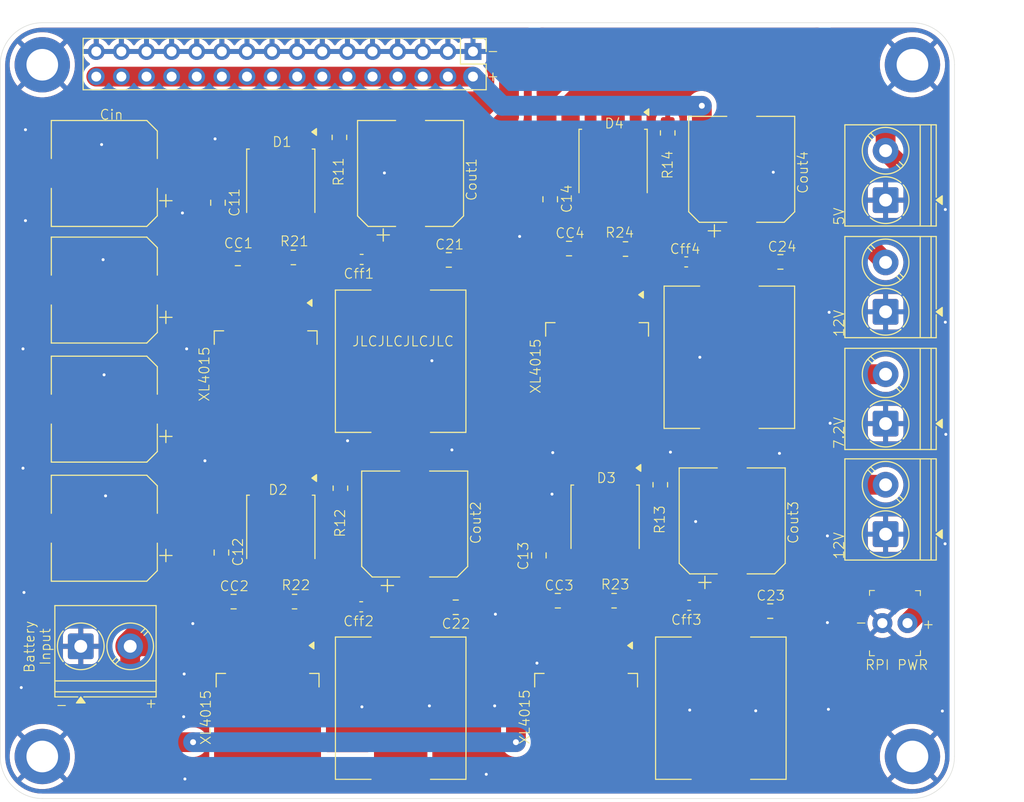
<source format=kicad_pcb>
(kicad_pcb (version 20241229) (generator "pcbnew") (generator_version "9.0")
  (layers (0 "F.Cu" signal) (2 "B.Cu" signal) (13 "F.Paste" user) (15 "B.Paste" user) (5 "F.SilkS" user "F.Silkscreen") (7 "B.SilkS" user "B.Silkscreen") (1 "F.Mask" user) (3 "B.Mask" user) (25 "Edge.Cuts" user))
  (net 0 "")
  (net 1 "GND")
  (net 2 "+16.8V")
  (net 3 "+5V")
  (net 4 "+12V")
  (net 5 "+7.2V")
  (net 6 "+12.1V")
  (net 7 "Net-(U1-VC)")
  (net 8 "Net-(U2-VC)")
  (net 9 "Net-(U3-VC)")
  (net 10 "Net-(U4-VC)")
  (net 11 "Net-(D1-K)")
  (net 12 "Net-(D2-K)")
  (net 13 "Net-(D3-K)")
  (net 14 "Net-(D4-K)")
  (net 15 "Net-(U1-FB)")
  (net 16 "Net-(U2-FB)")
  (net 17 "Net-(U3-FB)")
  (net 18 "Net-(U4-FB)")
  (footprint "Capacitor_SMD:C_0805_2012Metric_Pad1.18x1.45mm_HandSolder" (layer "F.Cu") (at 126.8125 124.9)
    (property "Reference" "C22" (hide yes))
    (property "Value" "105")
  )
  (footprint "Capacitor_SMD:C_0603_1608Metric_Pad1.08x0.95mm_HandSolder" (layer "F.Cu") (at 150.4125 124.7)
    (property "Reference" "Cff3" (hide yes))
    (property "Value" "33nF")
  )
  (footprint "Resistor_SMD:R_0805_2012Metric_Pad1.20x1.40mm_HandSolder" (layer "F.Cu") (at 147.5 112.5 90)
    (property "Reference" "R13" (hide yes))
    (property "Value" "1.5k")
  )
  (footprint "Package_TO_SOT_SMD:TO-263-5_TabPin3" (layer "F.Cu") (at 139.9975 136.42 -90)
    (property "Reference" "U3" (hide yes))
    (property "Value" "XL4015")
  )
  (footprint "Capacitor_SMD:CP_Elec_10x10.5" (layer "F.Cu") (at 122.6625 116.475 90)
    (property "Reference" "Cout2" (hide yes))
    (property "Value" "330uF/25V")
  )
  (footprint "Resistor_SMD:R_0805_2012Metric_Pad1.20x1.40mm_HandSolder" (layer "F.Cu") (at 110.3925 89.5 180)
    (property "Reference" "R21" (hide yes))
    (property "Value" "10k")
  )
  (footprint "Connector_PinHeader_2.54mm:PinHeader_2x16_P2.54mm_Vertical" (layer "F.Cu") (at 128.56 68.66 -90)
    (property "Reference" "J3" (hide yes))
    (property "Value" "2x16pin_2.54mm")
  )
  (footprint "Capacitor_SMD:CP_Elec_10x10.5" (layer "F.Cu") (at 91.275 104.85 180)
    (property "Reference" "CIN4" (hide yes))
    (property "Value" "220uF/50V")
  )
  (footprint "TerminalBlock_Phoenix:TerminalBlock_Phoenix_PT-1,5-2-5.0-H_1x02_P5.00mm_Horizontal" (layer "F.Cu") (at 170.285 83.7 90)
    (property "Reference" "J7" (hide yes))
    (property "Value" "Screw_Terminal_01x02")
  )
  (footprint "MountingHole:MountingHole_3.2mm_M3_DIN965_Pad" (layer "F.Cu") (at 173 140)
    (property "Reference" "H4" (hide yes))
    (property "Value" "MH_Pad")
  )
  (footprint "Library:L_13.8x12.6mm_H6.5mm" (layer "F.Cu") (at 121.2425 100 90)
    (property "Reference" "L1" (hide yes))
    (property "Value" "47uH/5A")
  )
  (footprint "digikey-footprints:PinHeader_1x2_P2.54mm_Drill1.02mm" (layer "F.Cu") (at 169.96 126.5)
    (property "Reference" "J5" (hide yes))
    (property "Value" "22-23-2021")
  )
  (footprint "MountingHole:MountingHole_3.2mm_M3_DIN965_Pad" (layer "F.Cu") (at 85 70)
    (property "Reference" "H1" (hide yes))
    (property "Value" "MH_Pad")
  )
  (footprint "Capacitor_SMD:C_0805_2012Metric_Pad1.18x1.45mm_HandSolder" (layer "F.Cu") (at 137.14 124.235)
    (property "Reference" "CC3" (hide yes))
    (property "Value" "105")
  )
  (footprint "Resistor_SMD:R_0805_2012Metric_Pad1.20x1.40mm_HandSolder" (layer "F.Cu") (at 142.8275 124.235 180)
    (property "Reference" "R23" (hide yes))
    (property "Value" "13k")
  )
  (footprint "Capacitor_SMD:CP_Elec_10x10.5" (layer "F.Cu") (at 154.7725 116.16 90)
    (property "Reference" "Cout3" (hide yes))
    (property "Value" "330uF/25V")
  )
  (footprint "Capacitor_SMD:CP_Elec_10x10.5" (layer "F.Cu") (at 122.2425 81 90)
    (property "Reference" "Cout1" (hide yes))
    (property "Value" "330uF/50V")
  )
  (footprint "TerminalBlock_Phoenix:TerminalBlock_Phoenix_PT-1,5-2-5.0-H_1x02_P5.00mm_Horizontal" (layer "F.Cu") (at 170.285 117.5 90)
    (property "Reference" "J2" (hide yes))
    (property "Value" "Screw_Terminal_01x02")
  )
  (footprint "Capacitor_SMD:C_0603_1608Metric_Pad1.08x0.95mm_HandSolder" (layer "F.Cu") (at 117.25 124.85)
    (property "Reference" "Cff2" (hide yes))
    (property "Value" "33nF")
  )
  (footprint "Resistor_SMD:R_0805_2012Metric_Pad1.20x1.40mm_HandSolder" (layer "F.Cu") (at 143.9825 88.65 180)
    (property "Reference" "R24" (hide yes))
    (property "Value" "4.75k")
  )
  (footprint "TerminalBlock_Phoenix:TerminalBlock_Phoenix_PT-1,5-2-5.0-H_1x02_P5.00mm_Horizontal" (layer "F.Cu") (at 170.285 95 90)
    (property "Reference" "J4" (hide yes))
    (property "Value" "Screw_Terminal_01x02")
  )
  (footprint "Capacitor_SMD:C_0805_2012Metric_Pad1.18x1.45mm_HandSolder" (layer "F.Cu") (at 103.1175 119.3625 90)
    (property "Reference" "C12" (hide yes))
    (property "Value" "105")
  )
  (footprint "Capacitor_SMD:C_0603_1608Metric_Pad1.08x0.95mm_HandSolder" (layer "F.Cu") (at 150.12 89.95)
    (property "Reference" "Cff4" (hide yes))
    (property "Value" "33nF")
  )
  (footprint "Capacitor_SMD:C_0603_1608Metric_Pad1.08x0.95mm_HandSolder" (layer "F.Cu") (at 117.3 89.7)
    (property "Reference" "Cff1" (hide yes))
    (property "Value" "33nF")
  )
  (footprint "Library:L_13.8x12.6mm_H6.5mm" (layer "F.Cu") (at 121.2475 135.11 90)
    (property "Reference" "L2" (hide yes))
    (property "Value" "47uH/5A")
  )
  (footprint "Capacitor_SMD:C_0805_2012Metric_Pad1.18x1.45mm_HandSolder" (layer "F.Cu") (at 158.615 125.285)
    (property "Reference" "C23" (hide yes))
    (property "Value" "105")
  )
  (footprint "Capacitor_SMD:C_0805_2012Metric_Pad1.18x1.45mm_HandSolder" (layer "F.Cu") (at 104.35 124.325)
    (property "Reference" "CC2" (hide yes))
    (property "Value" "105")
  )
  (footprint "Package_TO_SOT_SMD:TO-252-2" (layer "F.Cu") (at 109.125 116.865 -90)
    (property "Reference" "D2" (hide yes))
    (property "Value" "MBRD1045T4G")
  )
  (footprint "Resistor_SMD:R_0805_2012Metric_Pad1.20x1.40mm_HandSolder" (layer "F.Cu") (at 148.25 76.9 90)
    (property "Reference" "R14" (hide yes))
    (property "Value" "1k")
  )
  (footprint "Library:L_13.8x12.6mm_H6.5mm" (layer "F.Cu") (at 153.6225 135.11 90)
    (property "Reference" "L3" (hide yes))
    (property "Value" "47uH/5A")
  )
  (footprint "Package_TO_SOT_SMD:TO-252-2" (layer "F.Cu") (at 141.92 115.84 -90)
    (property "Reference" "D3" (hide yes))
    (property "Value" "MBRD1045T4G")
  )
  (footprint "Capacitor_SMD:CP_Elec_10x10.5" (layer "F.Cu") (at 155.7325 80.5825 90)
    (property "Reference" "Cout4" (hide yes))
    (property "Value" "330uF/50V")
  )
  (footprint "Resistor_SMD:R_0805_2012Metric_Pad1.20x1.40mm_HandSolder" (layer "F.Cu") (at 115.15 112.85 90)
    (property "Reference" "R12" (hide yes))
    (property "Value" "1.5k")
  )
  (footprint "Resistor_SMD:R_0805_2012Metric_Pad1.20x1.40mm_HandSolder" (layer "F.Cu") (at 115.05 77.35 90)
    (property "Reference" "R11" (hide yes))
    (property "Value" "3.3k")
  )
  (footprint "Resistor_SMD:R_0805_2012Metric_Pad1.20x1.40mm_HandSolder" (layer "F.Cu") (at 110.5125 124.325 180)
    (property "Reference" "R22" (hide yes))
    (property "Value" "13k")
  )
  (footprint "Capacitor_SMD:C_0805_2012Metric_Pad1.18x1.45mm_HandSolder" (layer "F.Cu") (at 159.645 89.95)
    (property "Reference" "C24" (hide yes))
    (property "Value" "105")
  )
  (footprint "Capacitor_SMD:CP_Elec_10x10.5" (layer "F.Cu") (at 91.275 116.9 180)
    (property "Reference" "CIN3" (hide yes))
    (property "Value" "220uF/50V")
  )
  (footprint "MountingHole:MountingHole_3.2mm_M3_DIN965_Pad" (layer "F.Cu") (at 85 140)
    (property "Reference" "H3" (hide yes))
    (property "Value" "MH_Pad")
  )
  (footprint "Capacitor_SMD:C_0805_2012Metric_Pad1.18x1.45mm_HandSolder" (layer "F.Cu") (at 138.27 88.6)
    (property "Reference" "CC4" (hide yes))
    (property "Value" "105")
  )
  (footprint "Capacitor_SMD:C_0805_2012Metric_Pad1.18x1.45mm_HandSolder" (layer "F.Cu") (at 126.1125 89.75)
    (property "Reference" "C21" (hide yes))
    (property "Value" "105")
  )
  (footprint "Package_TO_SOT_SMD:TO-263-5_TabPin3" (layer "F.Cu") (at 107.7875 136.42 -90)
    (property "Reference" "U2" (hide yes))
    (property "Value" "XL4015")
  )
  (footprint "Package_TO_SOT_SMD:TO-263-5_TabPin3" (layer "F.Cu") (at 107.5925 101.75 -90)
    (property "Reference" "U1" (hide yes))
    (property "Value" "XL4015")
  )
  (footprint "Capacitor_SMD:C_0805_2012Metric_Pad1.18x1.45mm_HandSolder" (layer "F.Cu") (at 102.7675 83.9625 90)
    (property "Reference" "C11" (hide yes))
    (property "Value" "105")
  )
  (footprint "Capacitor_SMD:C_0805_2012Metric_Pad1.18x1.45mm_HandSolder" (layer "F.Cu") (at 136.3675 83.6125 90)
    (property "Reference" "C14" (hide yes))
    (property "Value" "105")
  )
  (footprint "Package_TO_SOT_SMD:TO-252-2" (layer "F.Cu") (at 109.12 81.84 -90)
    (property "Reference" "D1" (hide yes))
    (property "Value" "MBRD1045T4G")
  )
  (footprint "Capacitor_SMD:C_0805_2012Metric_Pad1.18x1.45mm_HandSolder" (layer "F.Cu") (at 104.78 89.6)
    (property "Reference" "CC1" (hide yes))
    (property "Value" "105")
  )
  (footprint "TerminalBlock_Phoenix:TerminalBlock_Phoenix_PT-1,5-2-5.0-H_1x02_P5.00mm_Horizontal" (layer "F.Cu") (at 88.8925 128.85)
    (property "Reference" "J1" (hide yes))
    (property "Value" "Screw_Terminal_01x02")
  )
  (footprint "Package_TO_SOT_SMD:TO-263-5_TabPin3" (layer "F.Cu") (at 141.1075 100.925 -90)
    (property "Reference" "U4" (hide yes))
    (property "Value" "XL4015")
  )
  (footprint "Capacitor_SMD:C_0805_2012Metric_Pad1.18x1.45mm_HandSolder" (layer "F.Cu") (at 135.2175 119.65 90)
    (property "Reference" "C13" (hide yes))
    (property "Value" "105")
  )
  (footprint "MountingHole:MountingHole_3.2mm_M3_DIN965_Pad" (layer "F.Cu") (at 173 70)
    (property "Reference" "H2" (hide yes))
    (property "Value" "MH_Pad")
  )
  (footprint "Capacitor_SMD:CP_Elec_10x10.5" (layer "F.Cu") (at 91.275 92.8 180)
    (property "Reference" "CIN2" (hide yes))
    (property "Value" "220uF/50V")
  )
  (footprint "TerminalBlock_Phoenix:TerminalBlock_Phoenix_PT-1,5-2-5.0-H_1x02_P5.00mm_Horizontal" (layer "F.Cu") (at 170.285 106.315 90)
    (property "Reference" "J6" (hide yes))
    (property "Value" "Screw_Terminal_01x02")
  )
  (footprint "Capacitor_SMD:CP_Elec_10x10.5" (layer "F.Cu") (at 91.275 81 180)
    (property "Reference" "CIN1" (hide yes))
    (property "Value" "220uF/50V")
  )
  (footprint "Package_TO_SOT_SMD:TO-252-2" (layer "F.Cu") (at 142.7275 79.84 -90)
    (property "Reference" "D4" (hide yes))
    (property "Value" "MBRD1045T4G")
  )
  (footprint "Library:L_13.8x12.6mm_H6.5mm" (layer "F.Cu") (at 154.4825 99.6 90)
    (property "Reference" "L4" (hide yes))
    (property "Value" "47uH/5A")
  )
  (gr_line (start 173 65.75) (end 85 65.75) (stroke (width 0.05)) (layer "Edge.Cuts"))
  (gr_line (start 80.75 70) (end 80.75 140) (stroke (width 0.05)) (layer "Edge.Cuts"))
  (gr_arc (start 173 65.75) (mid 176.005204 66.994796) (end 177.25 70) (stroke (width 0.05)) (layer "Edge.Cuts"))
  (gr_arc (start 85 144.25) (mid 81.994796 143.005204) (end 80.75 140) (stroke (width 0.05)) (layer "Edge.Cuts"))
  (gr_line (start 177.25 140) (end 177.25 70) (stroke (width 0.05)) (layer "Edge.Cuts"))
  (gr_line (start 85 144.25) (end 173 144.25) (stroke (width 0.05)) (layer "Edge.Cuts"))
  (gr_arc (start 80.75 70) (mid 81.994796 66.994796) (end 85 65.75) (stroke (width 0.05)) (layer "Edge.Cuts"))
  (gr_arc (start 177.25 140) (mid 176.005204 143.005204) (end 173 144.25) (stroke (width 0.05)) (layer "Edge.Cuts"))
  (gr_text "Cin" (at 90.742782 75.64 0) (layer "F.SilkS") (effects (font (size 1 1) (thickness 0.1)) (justify left bottom)))
  (gr_text "D4" (at 141.8 76.53 0) (layer "F.SilkS") (effects (font (size 1 1) (thickness 0.1)) (justify left bottom)))
  (gr_text "7.2V" (at 166.165 108.935 90) (layer "F.SilkS") (effects (font (size 1 1) (thickness 0.1)) (justify left bottom)))
  (gr_text "C21" (at 124.675 88.775 0) (layer "F.SilkS") (effects (font (size 1 1) (thickness 0.1)) (justify left bottom)))
  (gr_text "RPI PWR" (at 168.15 131.325 0) (layer "F.SilkS") (effects (font (size 1 1) (thickness 0.1)) (justify left bottom)))
  (gr_text "+" (at 96.5125 135.35 90) (layer "F.SilkS") (effects (font (size 1 1) (thickness 0.1)) (justify left bottom)))
  (gr_text "Cout2" (at 129.425 118.575 90) (layer "F.SilkS") (effects (font (size 1 1) (thickness 0.1)) (justify left bottom)))
  (gr_text "XL4015" (at 102.125 138.9 90) (layer "F.SilkS") (effects (font (size 1 1) (thickness 0.1)) (justify left bottom)))
  (gr_text "C12" (at 105.375 120.825 90) (layer "F.SilkS") (effects (font (size 1 1) (thickness 0.1)) (justify left bottom)))
  (gr_text "R24" (at 141.875 87.575 0) (layer "F.SilkS") (effects (font (size 1 1) (thickness 0.1)) (justify left bottom)))
  (gr_text "Cff2" (at 115.375 126.9 0) (layer "F.SilkS") (effects (font (size 1 1) (thickness 0.1)) (justify left bottom)))
  (gr_text "-" (at 86.2725 135.35 0) (layer "F.SilkS") (effects (font (size 1 1) (thickness 0.1)) (justify left bottom)))
  (gr_text "CC2" (at 102.875 123.35 0) (layer "F.SilkS") (effects (font (size 1 1) (thickness 0.1)) (justify left bottom)))
  (gr_text "5V" (at 166.165 86.32 90) (layer "F.SilkS") (effects (font (size 1 1) (thickness 0.1)) (justify left bottom)))
  (gr_text "XL4015" (at 135.475 103.35 90) (layer "F.SilkS") (effects (font (size 1 1) (thickness 0.1)) (justify left bottom)))
  (gr_text "+" (at 129.89 71.725 0) (layer "F.SilkS") (effects (font (size 1 1) (thickness 0.1)) (justify left bottom)))
  (gr_text "R22" (at 109.125 123.25 0) (layer "F.SilkS") (effects (font (size 1 1) (thickness 0.1)) (justify left bottom)))
  (gr_text "R13" (at 148.025 117.55 90) (layer "F.SilkS") (effects (font (size 1 1) (thickness 0.1)) (justify left bottom)))
  (gr_text "-" (at 129.89 69.175 0) (layer "F.SilkS") (effects (font (size 1 1) (thickness 0.1)) (justify left bottom)))
  (gr_text "-" (at 167.125 127 0) (layer "F.SilkS") (effects (font (size 1 1) (thickness 0.1)) (justify left bottom)))
  (gr_text "XL4015" (at 101.975 104.15 90) (layer "F.SilkS") (effects (font (size 1 1) (thickness 0.1)) (justify left bottom)))
  (gr_text "R14" (at 148.825 81.65 90) (layer "F.SilkS") (effects (font (size 1 1) (thickness 0.1)) (justify left bottom)))
  (gr_text "R11" (at 115.55 82.35 90) (layer "F.SilkS") (effects (font (size 1 1) (thickness 0.1)) (justify left bottom)))
  (gr_text "R23" (at 141.425 123.175 0) (layer "F.SilkS") (effects (font (size 1 1) (thickness 0.1)) (justify left bottom)))
  (gr_text "Battery\nInput" (at 85.9 128.9 90) (layer "F.SilkS") (effects (font (size 1 1) (thickness 0.1)) (justify bottom)))
  (gr_text "R12" (at 115.7 117.9 90) (layer "F.SilkS") (effects (font (size 1 1) (thickness 0.1)) (justify left bottom)))
  (gr_text "Cout3" (at 161.525 118.55 90) (layer "F.SilkS") (effects (font (size 1 1) (thickness 0.1)) (justify left bottom)))
  (gr_text "C23" (at 157.15 124.3 0) (layer "F.SilkS") (effects (font (size 1 1) (thickness 0.1)) (justify left bottom)))
  (gr_text "Cff4" (at 148.4 89.225 0) (layer "F.SilkS") (effects (font (size 1 1) (thickness 0.1)) (justify left bottom)))
  (gr_text "Cff3" (at 148.525 126.75 0) (layer "F.SilkS") (effects (font (size 1 1) (thickness 0.1)) (justify left bottom)))
  (gr_text "12V" (at 166.165 120.12 90) (layer "F.SilkS") (effects (font (size 1 1) (thickness 0.1)) (justify left bottom)))
  (gr_text "CC4" (at 136.825 87.625 0) (layer "F.SilkS") (effects (font (size 1 1) (thickness 0.1)) (justify left bottom)))
  (gr_text "12V" (at 166.165 97.62 90) (layer "F.SilkS") (effects (font (size 1 1) (thickness 0.1)) (justify left bottom)))
  (gr_text "C14" (at 138.625 85.075 90) (layer "F.SilkS") (effects (font (size 1 1) (thickness 0.1)) (justify left bottom)))
  (gr_text "CC1" (at 103.3 88.65 0) (layer "F.SilkS") (effects (font (size 1 1) (thickness 0.1)) (justify left bottom)))
  (gr_text "D1" (at 108.2 78.4 0) (layer "F.SilkS") (effects (font (size 1 1) (thickness 0.1)) (justify left bottom)))
  (gr_text "D3" (at 141 112.4 0) (layer "F.SilkS") (effects (font (size 1 1) (thickness 0.1)) (justify left bottom)))
  (gr_text "CC3" (at 135.725 123.275 0) (layer "F.SilkS") (effects (font (size 1 1) (thickness 0.1)) (justify left bottom)))
  (gr_text "C11" (at 105.025 85.45 90) (layer "F.SilkS") (effects (font (size 1 1) (thickness 0.1)) (justify left bottom)))
  (gr_text "R21" (at 108.975 88.45 0) (layer "F.SilkS") (effects (font (size 1 1) (thickness 0.1)) (justify left bottom)))
  (gr_text "XL4015" (at 134.375 138.85 90) (layer "F.SilkS") (effects (font (size 1 1) (thickness 0.1)) (justify left bottom)))
  (gr_text "C13" (at 134.225 121.225 90) (layer "F.SilkS") (effects (font (size 1 1) (thickness 0.1)) (justify left bottom)))
  (gr_text "C22" (at 125.325 127.15 0) (layer "F.SilkS") (effects (font (size 1 1) (thickness 0.1)) (justify left bottom)))
  (gr_text "JLCJLCJLCJLC" (at 116.275 98.575 0) (layer "F.SilkS") (effects (font (size 1 1) (thickness 0.1)) (justify left bottom)))
  (gr_text "Cff1" (at 115.4 91.725 0) (layer "F.SilkS") (effects (font (size 1 1) (thickness 0.1)) (justify left bottom)))
  (gr_text "D2" (at 107.8 113.6 0) (layer "F.SilkS") (effects (font (size 1 1) (thickness 0.1)) (justify left bottom)))
  (gr_text "Cout4" (at 162.5 83.125 90) (layer "F.SilkS") (effects (font (size 1 1) (thickness 0.1)) (justify left bottom)))
  (gr_text "C24" (at 158.3 89 0) (layer "F.SilkS") (effects (font (size 1 1) (thickness 0.1)) (justify left bottom)))
  (gr_text "Cout1" (at 129 83.85 90) (layer "F.SilkS") (effects (font (size 1 1) (thickness 0.1)) (justify left bottom)))
  (gr_text "+" (at 173.925 127.175 0) (layer "F.SilkS") (effects (font (size 1 1) (thickness 0.1)) (justify left bottom)))
  (via (at 176.325 96.05) (size 0.6) (drill 0.3) (layers "F.Cu" "B.Cu") (net 1))
  (via (at 91.4 113.625) (size 0.6) (drill 0.3) (layers "F.Cu" "B.Cu") (net 1))
  (via (at 136.625 109.25) (size 0.6) (drill 0.3) (layers "F.Cu" "B.Cu") (net 1))
  (via (at 117.325 134.975) (size 0.6) (drill 0.3) (layers "F.Cu" "B.Cu") (net 1))
  (via (at 91.15 89.725) (size 0.6) (drill 0.3) (layers "F.Cu" "B.Cu") (net 1))
  (via (at 150.475 135.3) (size 0.6) (drill 0.3) (layers "F.Cu" "B.Cu") (net 1))
  (via (at 83.15 123.4) (size 0.6) (drill 0.3) (layers "F.Cu" "B.Cu") (net 1))
  (via (at 99.3 135.975) (size 0.6) (drill 0.3) (layers "F.Cu" "B.Cu") (net 1))
  (via (at 176.3 118.475) (size 0.6) (drill 0.3) (layers "F.Cu" "B.Cu") (net 1))
  (via (at 176.325 84.65) (size 0.6) (drill 0.3) (layers "F.Cu" "B.Cu") (net 1))
  (via (at 99.175 85) (size 0.6) (drill 0.3) (layers "F.Cu" "B.Cu") (net 1))
  (via (at 176.025 135.4) (size 0.6) (drill 0.3) (layers "F.Cu" "B.Cu") (net 1))
  (via (at 99.35 131.65) (size 0.6) (drill 0.3) (layers "F.Cu" "B.Cu") (net 1))
  (via (at 157.15 135.375) (size 0.6) (drill 0.3) (layers "F.Cu" "B.Cu") (net 1))
  (via (at 133.275 87.375) (size 0.6) (drill 0.3) (layers "F.Cu" "B.Cu") (net 1))
  (via (at 83.3 76.575) (size 0.6) (drill 0.3) (layers "F.Cu" "B.Cu") (net 1))
  (via (at 164.5 135.225) (size 0.6) (drill 0.3) (layers "F.Cu" "B.Cu") (net 1))
  (via (at 83.05 98.75) (size 0.6) (drill 0.3) (layers "F.Cu" "B.Cu") (net 1))
  (via (at 126.425 108.975) (size 0.6) (drill 0.3) (layers "F.Cu" "B.Cu") (net 1))
  (via (at 176.375 107.4) (size 0.6) (drill 0.3) (layers "F.Cu" "B.Cu") (net 1))
  (via (at 164.4 117.675) (size 0.6) (drill 0.3) (layers "F.Cu" "B.Cu") (net 1))
  (via (at 124.4 99.95) (size 0.6) (drill 0.3) (layers "F.Cu" "B.Cu") (net 1))
  (via (at 158.925 80.875) (size 0.6) (drill 0.3) (layers "F.Cu" "B.Cu") (net 1))
  (via (at 101.45 110.075) (size 0.6) (drill 0.3) (layers "F.Cu" "B.Cu") (net 1))
  (via (at 164.4 126.45) (size 0.6) (drill 0.3) (layers "F.Cu" "B.Cu") (net 1))
  (via (at 135.025 130.55) (size 0.6) (drill 0.3) (layers "F.Cu" "B.Cu") (net 1))
  (via (at 164.575 95.05) (size 0.6) (drill 0.3) (layers "F.Cu" "B.Cu") (net 1))
  (via (at 100.225 126.55) (size 0.6) (drill 0.3) (layers "F.Cu" "B.Cu") (net 1))
  (via (at 119.6 80.95) (size 0.6) (drill 0.3) (layers "F.Cu" "B.Cu") (net 1))
  (via (at 102.475 77.5) (size 0.6) (drill 0.3) (layers "F.Cu" "B.Cu") (net 1))
  (via (at 129.9 141.8) (size 0.6) (drill 0.3) (layers "F.Cu" "B.Cu") (net 1))
  (via (at 91.25 101.375) (size 0.6) (drill 0.3) (layers "F.Cu" "B.Cu") (net 1))
  (via (at 151.075 116.225) (size 0.6) (drill 0.3) (layers "F.Cu" "B.Cu") (net 1))
  (via (at 164.675 106.275) (size 0.6) (drill 0.3) (layers "F.Cu" "B.Cu") (net 1))
  (via (at 151.5 99.6) (size 0.6) (drill 0.3) (layers "F.Cu" "B.Cu") (net 1))
  (via (at 148.525 109.2) (size 0.6) (drill 0.3) (layers "F.Cu" "B.Cu") (net 1))
  (via (at 124.15 134.875) (size 0.6) (drill 0.3) (layers "F.Cu" "B.Cu") (net 1))
  (via (at 99.425 142.275) (size 0.6) (drill 0.3) (layers "F.Cu" "B.Cu") (net 1))
  (via (at 83.05 110.825) (size 0.6) (drill 0.3) (layers "F.Cu" "B.Cu") (net 1))
  (via (at 130.825 125.6) (size 0.6) (drill 0.3) (layers "F.Cu" "B.Cu") (net 1))
  (via (at 159.55 109.325) (size 0.6) (drill 0.3) (layers "F.Cu" "B.Cu") (net 1))
  (via (at 83.3 85.775) (size 0.6) (drill 0.3) (layers "F.Cu" "B.Cu") (net 1))
  (via (at 99.6 98.75) (size 0.6) (drill 0.3) (layers "F.Cu" "B.Cu") (net 1))
  (via (at 115.875 108.05) (size 0.6) (drill 0.3) (layers "F.Cu" "B.Cu") (net 1))
  (via (at 91 78.075) (size 0.6) (drill 0.3) (layers "F.Cu" "B.Cu") (net 1))
  (via (at 136.55 113.45) (size 0.6) (drill 0.3) (layers "F.Cu" "B.Cu") (net 1))
  (via (at 82.875 133.025) (size 0.6) (drill 0.3) (layers "F.Cu" "B.Cu") (net 1))
  (via (at 130.75 134.875) (size 0.6) (drill 0.3) (layers "F.Cu" "B.Cu") (net 1))
  (segment (start 93.8925 135.2925) (end 94.45 135.85) (width 2) (layer "F.Cu") (net 2))
  (segment (start 95.475 127.2675) (end 93.8925 128.85) (width 3) (layer "F.Cu") (net 2))
  (segment (start 103.3125 124.325) (end 98.4175 124.325) (width 1) (layer "F.Cu") (net 2))
  (segment (start 95.475 116.9) (end 95.475 89.5) (width 2) (layer "F.Cu") (net 2))
  (segment (start 97.15 138.55) (end 100.25 138.55) (width 2) (layer "F.Cu") (net 2))
  (segment (start 95.575 89.6) (end 95.475 89.5) (width 1.5) (layer "F.Cu") (net 2))
  (segment (start 103.1175 124.13) (end 103.3125 124.325) (width 1) (layer "F.Cu") (net 2))
  (segment (start 136.5975 128.77) (end 132.9275 125.1) (width 1.5) (layer "F.Cu") (net 2))
  (segment (start 137.7075 93.275) (end 135.14125 90.70875) (width 1.5) (layer "F.Cu") (net 2))
  (segment (start 136.1025 124.235) (end 133.765 124.235) (width 1) (layer "F.Cu") (net 2))
  (segment (start 102.25 89.75) (end 102.25 89.6) (width 1.5) (layer "F.Cu") (net 2))
  (segment (start 95.475 89.5) (end 95.475 81) (width 2) (layer "F.Cu") (net 2))
  (segment (start 102.7675 89.0825) (end 102.25 89.6) (width 1.5) (layer "F.Cu") (net 2))
  (segment (start 102.7675 85) (end 102.7675 89.0825) (width 1.5) (layer "F.Cu") (net 2))
  (segment (start 94.45 135.85) (end 97.15 138.55) (width 2) (layer "F.Cu") (net 2))
  (segment (start 135.2175 120.6875) (end 132.9125 120.6875) (width 1) (layer "F.Cu") (net 2))
  (segment (start 95.475 116.9) (end 95.475 127.2675) (width 2) (layer "F.Cu") (net 2))
  (segment (start 132.9 125.1) (end 132.9 120.7) (width 2) (layer "F.Cu") (net 2))
  (segment (start 102.25 89.6) (end 95.575 89.6) (width 1.5) (layer "F.Cu") (net 2))
  (segment (start 133.765 124.235) (end 132.9 125.1) (width 1) (layer "F.Cu") (net 2))
  (segment (start 103.7425 89.6) (end 102.25 89.6) (width 1.5) (layer "F.Cu") (net 2))
  (segment (start 132.9 138.55) (end 132.9 125.1) (width 2) (layer "F.Cu") (net 2))
  (segment (start 132.9275 125.1) (end 132.9 125.1) (width 1.5) (layer "F.Cu") (net 2))
  (segment (start 103.1175 120.4) (end 103.1175 124.13) (width 1) (layer "F.Cu") (net 2))
  (segment (start 104.2565 128.85) (end 104.3365 128.77) (width 2) (layer "F.Cu") (net 2))
  (segment (start 104.1925 91.6925) (end 102.25 89.75) (width 1.5) (layer "F.Cu") (net 2))
  (segment (start 135.14125 90.70875) (end 135.14125 90.69125) (width 1.5) (layer "F.Cu") (net 2))
  (segment (start 93.8925 128.85) (end 104.2565 128.85) (width 2) (layer "F.Cu") (net 2))
  (segment (start 132.9 92.9325) (end 135.14125 90.69125) (width 2) (layer "F.Cu") (net 2))
  (segment (start 135.14125 90.69125) (end 137.2325 88.6) (width 2) (layer "F.Cu") (net 2))
  (segment (start 132.9 120.7) (end 132.9 92.9325) (width 2) (layer "F.Cu") (net 2))
  (segment (start 132.9125 120.6875) (end 132.9 120.7) (width 1) (layer "F.Cu") (net 2))
  (segment (start 136.3675 87.735) (end 137.2325 88.6) (width 1) (layer "F.Cu") (net 2))
  (segment (start 98.4175 124.325) (end 95.475 127.2675) (width 1) (layer "F.Cu") (net 2))
  (segment (start 136.3675 84.65) (end 136.3675 87.735) (width 1) (layer "F.Cu") (net 2))
  (segment (start 93.8925 128.85) (end 93.8925 135.2925) (width 2) (layer "F.Cu") (net 2))
  (segment (start 104.1925 94.1) (end 104.1925 91.6925) (width 1.5) (layer "F.Cu") (net 2))
  (via (at 100.25 138.55) (size 1.2) (drill 0.6) (layers "F.Cu" "B.Cu") (net 2))
  (via (at 132.9 138.55) (size 1.2) (drill 0.6) (layers "F.Cu" "B.Cu") (net 2))
  (segment (start 100.25 138.55) (end 132.9 138.55) (width 2) (layer "B.Cu") (net 2))
  (segment (start 122.2425 93.0575) (end 122.2425 85.2) (width 2) (layer "F.Cu") (net 3))
  (segment (start 121.2575 94.0425) (end 122.2425 93.0575) (width 2) (layer "F.Cu") (net 3))
  (segment (start 174.3 124.7) (end 172.5 126.5) (width 2) (layer "F.Cu") (net 3))
  (segment (start 135.549 67.251) (end 163.351 67.251) (width 2) (layer "F.Cu") (net 3))
  (segment (start 163.351 67.251) (end 170.285 74.185) (width 2) (layer "F.Cu") (net 3))
  (segment (start 170.285 74.185) (end 170.285 78.7) (width 2) (layer "F.Cu") (net 3))
  (segment (start 116.4375 91.6875) (end 118.815 94.065) (width 1) (layer "F.Cu") (net 3))
  (segment (start 132.2 70.6) (end 135.549 67.251) (width 2) (layer "F.Cu") (net 3))
  (segment (start 170.285 78.7) (end 174.3 82.715) (width 2) (layer "F.Cu") (net 3))
  (segment (start 122.2425 85.2) (end 132.2 75.2425) (width 2) (layer "F.Cu") (net 3))
  (segment (start 174.3 82.715) (end 174.3 124.7) (width 2) (layer "F.Cu") (net 3))
  (segment (start 125.075 89.75) (end 125.075 90.2475) (width 1) (layer "F.Cu") (net 3))
  (segment (start 116.2375 89.5) (end 116.4375 89.7) (width 1) (layer "F.Cu") (net 3))
  (segment (start 118.815 94.065) (end 121.2575 94.065) (width 1) (layer "F.Cu") (net 3))
  (segment (start 121.2575 94.065) (end 121.2575 94.0425) (width 2) (layer "F.Cu") (net 3))
  (segment (start 125.075 90.2475) (end 121.2575 94.065) (width 1) (layer "F.Cu") (net 3))
  (segment (start 111.3925 89.5) (end 116.2375 89.5) (width 1) (layer "F.Cu") (net 3))
  (segment (start 132.2 75.2425) (end 132.2 70.6) (width 2) (layer "F.Cu") (net 3))
  (segment (start 116.4375 89.7) (end 116.4375 91.6875) (width 1) (layer "F.Cu") (net 3))
  (segment (start 116.3875 127.6875) (end 117.875 129.175) (width 1) (layer "F.Cu") (net 4))
  (segment (start 117.875 129.175) (end 121.2625 129.175) (width 1) (layer "F.Cu") (net 4))
  (segment (start 136 72.8) (end 138 70.8) (width 2) (layer "F.Cu") (net 4))
  (segment (start 164.3 74.2) (end 164.3 84.015) (width 2) (layer "F.Cu") (net 4))
  (segment (start 125.775 124.9) (end 125.5375 124.9) (width 1) (layer "F.Cu") (net 4))
  (segment (start 115.8625 124.325) (end 116.3875 124.85) (width 1) (layer "F.Cu") (net 4))
  (segment (start 129.8 113.5375) (end 129.8 82.8) (width 2) (layer "F.Cu") (net 4))
  (segment (start 121.975 129.175) (end 122.6625 128.4875) (width 2) (layer "F.Cu") (net 4))
  (segment (start 129.8 82.8) (end 136 76.6) (width 2) (layer "F.Cu") (net 4))
  (segment (start 164.3 84.015) (end 170.285 90) (width 2) (layer "F.Cu") (net 4))
  (segment (start 116.3875 124.85) (end 116.3875 127.6875) (width 1) (layer "F.Cu") (net 4))
  (segment (start 125.5375 124.9) (end 121.2625 129.175) (width 1) (layer "F.Cu") (net 4))
  (segment (start 122.6625 120.675) (end 129.8 113.5375) (width 2) (layer "F.Cu") (net 4))
  (segment (start 138 70.8) (end 160.9 70.8) (width 2) (layer "F.Cu") (net 4))
  (segment (start 122.6625 128.4875) (end 122.6625 120.675) (width 2) (layer "F.Cu") (net 4))
  (segment (start 136 76.6) (end 136 72.8) (width 2) (layer "F.Cu") (net 4))
  (segment (start 160.9 70.8) (end 164.3 74.2) (width 2) (layer "F.Cu") (net 4))
  (segment (start 111.5125 124.325) (end 115.8625 124.325) (width 1) (layer "F.Cu") (net 4))
  (segment (start 121.2625 129.175) (end 121.975 129.175) (width 2) (layer "F.Cu") (net 4))
  (segment (start 147.9575 88.65) (end 149.2575 89.95) (width 1) (layer "F.Cu") (net 5))
  (segment (start 128.56 71.2) (end 90.46 71.2) (width 2) (layer "F.Cu") (net 5))
  (segment (start 154.4975 93.665) (end 162.1325 101.3) (width 2) (layer "F.Cu") (net 5))
  (segment (start 150.665 93.665) (end 154.4975 93.665) (width 1) (layer "F.Cu") (net 5))
  (segment (start 155.7325 84.7825) (end 155.7325 92.43) (width 2) (layer "F.Cu") (net 5))
  (segment (start 155.7325 84.7825) (end 151.7 80.75) (width 2) (layer "F.Cu") (net 5))
  (segment (start 155.7325 92.43) (end 154.4975 93.665) (width 2) (layer "F.Cu") (net 5))
  (segment (start 165.715 101.315) (end 170.285 101.315) (width 2) (layer "F.Cu") (net 5))
  (segment (start 151.7 80.75) (end 151.7 74.15) (width 2) (layer "F.Cu") (net 5))
  (segment (start 144.9825 88.65) (end 147.9575 88.65) (width 1) (layer "F.Cu") (net 5))
  (segment (start 162.1325 101.3) (end 165.7 101.3) (width 2) (layer "F.Cu") (net 5))
  (segment (start 158.2125 89.95) (end 154.4975 93.665) (width 1) (layer "F.Cu") (net 5))
  (segment (start 158.6075 89.95) (end 158.2125 89.95) (width 1) (layer "F.Cu") (net 5))
  (segment (start 165.7 101.3) (end 165.715 101.315) (width 2) (layer "F.Cu") (net 5))
  (segment (start 149.2575 92.2575) (end 150.665 93.665) (width 1) (layer "F.Cu") (net 5))
  (segment (start 149.2575 89.95) (end 149.2575 92.2575) (width 1) (layer "F.Cu") (net 5))
  (via (at 151.7 74.15) (size 1.2) (drill 0.6) (layers "F.Cu" "B.Cu") (net 5))
  (segment (start 131.51 74.15) (end 128.56 71.2) (width 2) (layer "B.Cu") (net 5))
  (segment (start 151.7 74.15) (end 131.51 74.15) (width 2) (layer "B.Cu") (net 5))
  (segment (start 157.5775 125.285) (end 157.5275 125.285) (width 1) (layer "F.Cu") (net 6))
  (segment (start 162.6325 112.5) (end 170.285 112.5) (width 2) (layer "F.Cu") (net 6))
  (segment (start 150.625 129.175) (end 153.6375 129.175) (width 1) (layer "F.Cu") (net 6))
  (segment (start 149.55 128.1) (end 150.625 129.175) (width 1) (layer "F.Cu") (net 6))
  (segment (start 154.7725 128.04) (end 153.6375 129.175) (width 2) (layer "F.Cu") (net 6))
  (segment (start 157.5275 125.285) (end 153.6375 129.175) (width 1) (layer "F.Cu") (net 6))
  (segment (start 149.55 124.7) (end 149.55 128.1) (width 1) (layer "F.Cu") (net 6))
  (segment (start 154.7725 120.36) (end 162.6325 112.5) (width 2) (layer "F.Cu") (net 6))
  (segment (start 149.085 124.235) (end 149.55 124.7) (width 1) (layer "F.Cu") (net 6))
  (segment (start 143.8275 124.235) (end 149.085 124.235) (width 1) (layer "F.Cu") (net 6))
  (segment (start 154.7725 120.36) (end 154.7725 128.04) (width 2) (layer "F.Cu") (net 6))
  (segment (start 105.8175 89.6) (end 105.8175 94.025) (width 1) (layer "F.Cu") (net 7))
  (segment (start 105.8175 94.025) (end 105.8925 94.1) (width 1) (layer "F.Cu") (net 7))
  (segment (start 105.3875 124.325) (end 106.0875 125.025) (width 1) (layer "F.Cu") (net 8))
  (segment (start 106.0875 125.025) (end 106.0875 128.77) (width 1) (layer "F.Cu") (net 8))
  (segment (start 138.2975 124.355) (end 138.1775 124.235) (width 1) (layer "F.Cu") (net 9))
  (segment (start 138.2975 128.77) (end 138.2975 124.355) (width 1) (layer "F.Cu") (net 9))
  (segment (start 139.4075 93.275) (end 139.4075 88.7) (width 1) (layer "F.Cu") (net 10))
  (segment (start 139.4075 88.7) (end 139.3075 88.6) (width 1) (layer "F.Cu") (net 10))
  (segment (start 118.5375 103.25) (end 121.2425 105.955) (width 2) (layer "F.Cu") (net 11))
  (segment (start 107.5925 94.1) (end 107.5925 103.25) (width 1) (layer "F.Cu") (net 11))
  (segment (start 107.5925 103.25) (end 118.5375 103.25) (width 2) (layer "F.Cu") (net 11))
  (segment (start 107.5925 84.7775) (end 107.595 84.775) (width 1) (layer "F.Cu") (net 11))
  (segment (start 107.5925 94.1) (end 107.5925 84.7775) (width 1) (layer "F.Cu") (net 11))
  (segment (start 107.7875 128.77) (end 107.7875 137.92) (width 1) (layer "F.Cu") (net 12))
  (segment (start 107.7875 119.4625) (end 109.125 118.125) (width 1) (layer "F.Cu") (net 12))
  (segment (start 121.2475 141.065) (end 111.2825 141.065) (width 2) (layer "F.Cu") (net 12))
  (segment (start 107.7875 128.77) (end 107.7875 119.4625) (width 1) (layer "F.Cu") (net 12))
  (segment (start 111.2825 141.065) (end 110.5625 140.345) (width 2) (layer "F.Cu") (net 12))
  (segment (start 153.6225 141.065) (end 143.4925 141.065) (width 2) (layer "F.Cu") (net 13))
  (segment (start 139.9975 119.1725) (end 140.395 118.775) (width 1) (layer "F.Cu") (net 13))
  (segment (start 139.9975 128.77) (end 139.9975 119.1725) (width 1) (layer "F.Cu") (net 13))
  (segment (start 139.9975 128.77) (end 139.9975 137.92) (width 1) (layer "F.Cu") (net 13))
  (segment (start 143.4925 141.065) (end 142.7725 140.345) (width 2) (layer "F.Cu") (net 13))
  (segment (start 141.1075 93.275) (end 141.1075 102.425) (width 1) (layer "F.Cu") (net 14))
  (segment (start 141.1075 93.275) (end 141.1075 82.87) (width 1) (layer "F.Cu") (net 14))
  (segment (start 154.4825 105.555) (end 144.5875 105.555) (width 2) (layer "F.Cu") (net 14))
  (segment (start 141.1075 82.87) (end 141.2025 82.775) (width 1) (layer "F.Cu") (net 14))
  (segment (start 118.1625 89.7) (end 118.1625 88.8125) (width 1) (layer "F.Cu") (net 15))
  (segment (start 118.1625 88.8125) (end 115.05 85.7) (width 1) (layer "F.Cu") (net 15))
  (segment (start 109.3925 88.8) (end 110.6925 87.5) (width 1) (layer "F.Cu") (net 15))
  (segment (start 110.6925 87.5) (end 113.25 87.5) (width 1) (layer "F.Cu") (net 15))
  (segment (start 109.2925 94.1) (end 109.2925 89.6) (width 1) (layer "F.Cu") (net 15))
  (segment (start 109.2925 89.6) (end 109.3925 89.5) (width 1) (layer "F.Cu") (net 15))
  (segment (start 115.05 85.7) (end 115.05 78.35) (width 1) (layer "F.Cu") (net 15))
  (segment (start 113.25 87.5) (end 115.05 85.7) (width 1) (layer "F.Cu") (net 15))
  (segment (start 109.3925 89.5) (end 109.3925 88.8) (width 1) (layer "F.Cu") (net 15))
  (segment (start 115.15 120.4) (end 115.15 121.15) (width 1) (layer "F.Cu") (net 16))
  (segment (start 115.15 121.15) (end 113.85 122.45) (width 1) (layer "F.Cu") (net 16))
  (segment (start 109.5125 128.745) (end 109.4875 128.77) (width 1) (layer "F.Cu") (net 16))
  (segment (start 115.15 113.85) (end 115.15 120.4) (width 1) (layer "F.Cu") (net 16))
  (segment (start 118.1125 124.85) (end 118.1125 123.3625) (width 1) (layer "F.Cu") (net 16))
  (segment (start 109.5125 124.325) (end 109.5125 128.745) (width 1) (layer "F.Cu") (net 16))
  (segment (start 113.85 122.45) (end 110.6875 122.45) (width 1) (layer "F.Cu") (net 16))
  (segment (start 118.1125 123.3625) (end 115.15 120.4) (width 1) (layer "F.Cu") (net 16))
  (segment (start 109.5125 123.625) (end 109.5125 124.325) (width 1) (layer "F.Cu") (net 16))
  (segment (start 110.6875 122.45) (end 109.5125 123.625) (width 1) (layer "F.Cu") (net 16))
  (segment (start 141.8275 123.535) (end 141.8275 124.235) (width 1) (layer "F.Cu") (net 17))
  (segment (start 143.6625 121.7) (end 141.8275 123.535) (width 1) (layer "F.Cu") (net 17))
  (segment (start 147.5 119.6) (end 147.5 120.55) (width 1) (layer "F.Cu") (net 17))
  (segment (start 141.6975 124.365) (end 141.8275 124.235) (width 1) (layer "F.Cu") (net 17))
  (segment (start 151.275 124.7) (end 151.275 123.375) (width 1) (layer "F.Cu") (net 17))
  (segment (start 151.275 123.375) (end 147.5 119.6) (width 1) (layer "F.Cu") (net 17))
  (segment (start 146.35 121.7) (end 143.6625 121.7) (width 1) (layer "F.Cu") (net 17))
  (segment (start 147.5 113.5) (end 147.5 119.6) (width 1) (layer "F.Cu") (net 17))
  (segment (start 147.5 120.55) (end 146.35 121.7) (width 1) (layer "F.Cu") (net 17))
  (segment (start 141.6975 128.77) (end 141.6975 124.365) (width 1) (layer "F.Cu") (net 17))
  (segment (start 146.15 86.25) (end 144.45 86.25) (width 1) (layer "F.Cu") (net 18))
  (segment (start 150.9825 86.8825) (end 148.25 84.15) (width 1) (layer "F.Cu") (net 18))
  (segment (start 142.9825 87.7175) (end 142.9825 88.65) (width 1) (layer "F.Cu") (net 18))
  (segment (start 148.25 84.15) (end 146.15 86.25) (width 1) (layer "F.Cu") (net 18))
  (segment (start 144.45 86.25) (end 142.9825 87.7175) (width 1) (layer "F.Cu") (net 18))
  (segment (start 142.8075 88.825) (end 142.9825 88.65) (width 1) (layer "F.Cu") (net 18))
  (segment (start 150.9825 89.95) (end 150.9825 86.8825) (width 1) (layer "F.Cu") (net 18))
  (segment (start 142.8075 93.275) (end 142.8075 88.825) (width 1) (layer "F.Cu") (net 18))
  (segment (start 148.25 77.9) (end 148.25 84.15) (width 1) (layer "F.Cu") (net 18))
  (zone (net 1) (net_name "GND") (layers "F.Cu" "B.Cu") (connect_pads (clearance 0.5)) (min_thickness 0.25) (fill yes (thermal_gap 0.5) (thermal_bridge_width 0.5))
    (polygon (pts (xy 80.75 65.75) (xy 177.5 65.75) (xy 177.25 144.25) (xy 80.75 144.25)))
  )
)
</source>
